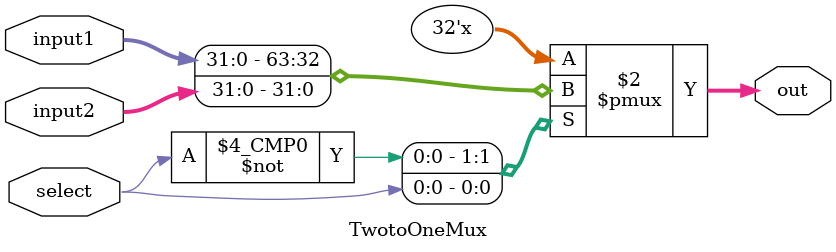
<source format=v>
module TwotoOneMux (input1, input2, select, out);

parameter data_width=32;

input [data_width-1:0] input1;

input [data_width-1:0] input2;

input select;

output reg[data_width-1:0] out;


always @*

begin
	
	case(select)
	
		1'b0:out=input1;  //if select is zero input1 is displayed
		1'b1:out=input2;  //if select is one input1 is displayed
	
	endcase
end

endmodule

</source>
